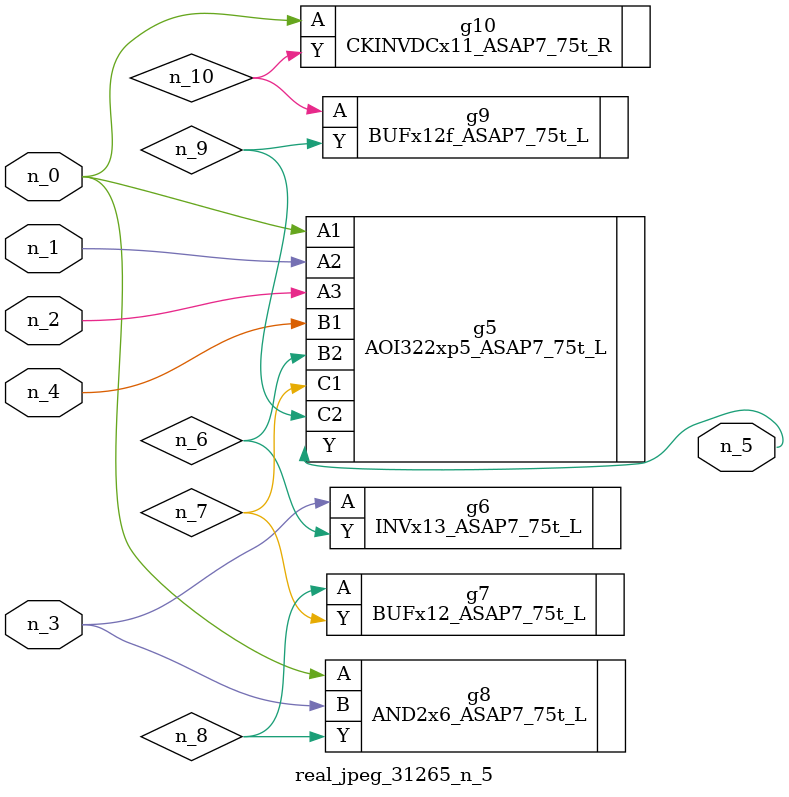
<source format=v>
module real_jpeg_31265_n_5 (n_4, n_0, n_1, n_2, n_3, n_5);

input n_4;
input n_0;
input n_1;
input n_2;
input n_3;

output n_5;

wire n_8;
wire n_6;
wire n_7;
wire n_10;
wire n_9;

AOI322xp5_ASAP7_75t_L g5 ( 
.A1(n_0),
.A2(n_1),
.A3(n_2),
.B1(n_4),
.B2(n_6),
.C1(n_7),
.C2(n_9),
.Y(n_5)
);

AND2x6_ASAP7_75t_L g8 ( 
.A(n_0),
.B(n_3),
.Y(n_8)
);

CKINVDCx11_ASAP7_75t_R g10 ( 
.A(n_0),
.Y(n_10)
);

INVx13_ASAP7_75t_L g6 ( 
.A(n_3),
.Y(n_6)
);

BUFx12_ASAP7_75t_L g7 ( 
.A(n_8),
.Y(n_7)
);

BUFx12f_ASAP7_75t_L g9 ( 
.A(n_10),
.Y(n_9)
);


endmodule
</source>
